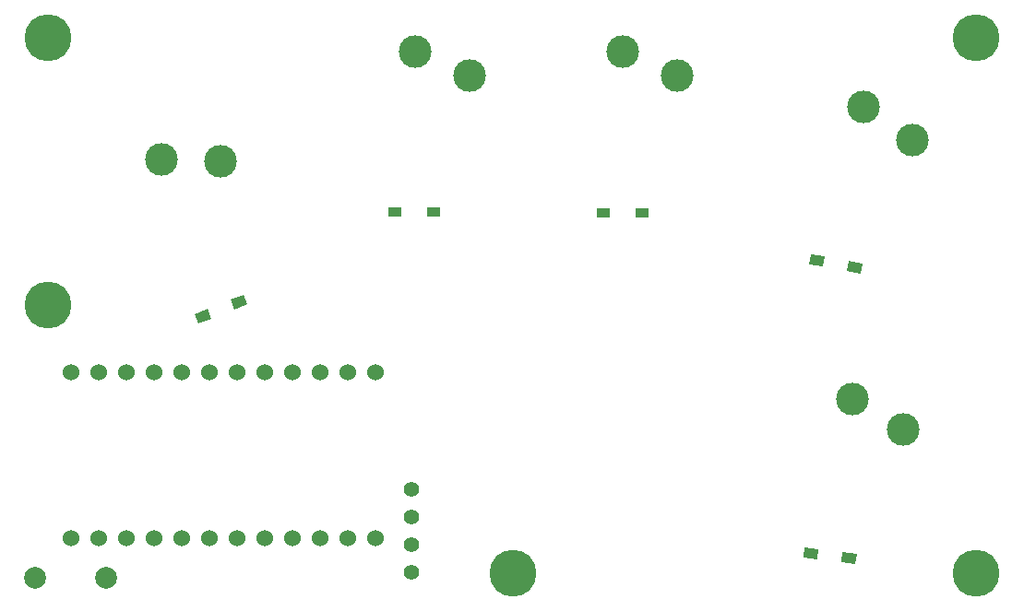
<source format=gts>
%TF.GenerationSoftware,KiCad,Pcbnew,(5.1.9-0-10_14)*%
%TF.CreationDate,2021-06-22T22:50:01+09:00*%
%TF.ProjectId,quali5,7175616c-6935-42e6-9b69-6361645f7063,rev?*%
%TF.SameCoordinates,Original*%
%TF.FileFunction,Soldermask,Top*%
%TF.FilePolarity,Negative*%
%FSLAX46Y46*%
G04 Gerber Fmt 4.6, Leading zero omitted, Abs format (unit mm)*
G04 Created by KiCad (PCBNEW (5.1.9-0-10_14)) date 2021-06-22 22:50:01*
%MOMM*%
%LPD*%
G01*
G04 APERTURE LIST*
%ADD10C,3.000000*%
%ADD11C,4.300000*%
%ADD12C,1.524000*%
%ADD13C,0.100000*%
%ADD14R,1.300000X0.950000*%
%ADD15C,1.397000*%
%ADD16C,2.000000*%
G04 APERTURE END LIST*
D10*
%TO.C,SW2*%
X90229821Y-99224615D03*
X95689875Y-99391387D03*
%TD*%
D11*
%TO.C,Ref\u002A\u002A*%
X79810000Y-112590000D03*
%TD*%
%TO.C,Ref\u002A\u002A*%
X122510000Y-137190000D03*
%TD*%
%TO.C,Ref\u002A\u002A*%
X165010000Y-137190000D03*
%TD*%
%TO.C,Ref\u002A\u002A*%
X165010000Y-87990000D03*
%TD*%
%TO.C,Ref\u002A\u002A*%
X79810000Y-87990000D03*
%TD*%
D10*
%TO.C,SW4*%
X132540000Y-89270000D03*
X137540000Y-91470000D03*
%TD*%
D12*
%TO.C,U1*%
X81932000Y-134001400D03*
X84472000Y-134001400D03*
X87012000Y-134001400D03*
X89552000Y-134001400D03*
X92092000Y-134001400D03*
X94632000Y-134001400D03*
X97172000Y-134001400D03*
X99712000Y-134001400D03*
X102252000Y-134001400D03*
X104792000Y-134001400D03*
X107332000Y-134001400D03*
X109872000Y-134001400D03*
X109872000Y-118781400D03*
X107332000Y-118781400D03*
X104792000Y-118781400D03*
X102252000Y-118781400D03*
X99712000Y-118781400D03*
X97172000Y-118781400D03*
X94632000Y-118781400D03*
X92092000Y-118781400D03*
X89552000Y-118781400D03*
X87012000Y-118781400D03*
X84472000Y-118781400D03*
X81932000Y-118781400D03*
%TD*%
D13*
%TO.C,D5*%
G36*
X154054812Y-135414074D02*
G01*
X153939036Y-136356992D01*
X152648726Y-136198562D01*
X152764502Y-135255644D01*
X154054812Y-135414074D01*
G37*
G36*
X150531274Y-134981438D02*
G01*
X150415498Y-135924356D01*
X149125188Y-135765926D01*
X149240964Y-134823008D01*
X150531274Y-134981438D01*
G37*
%TD*%
%TO.C,D4*%
G36*
X154580955Y-108764875D02*
G01*
X154407831Y-109698967D01*
X153129599Y-109462061D01*
X153302723Y-108527969D01*
X154580955Y-108764875D01*
G37*
G36*
X151090401Y-108117939D02*
G01*
X150917277Y-109052031D01*
X149639045Y-108815125D01*
X149812169Y-107881033D01*
X151090401Y-108117939D01*
G37*
%TD*%
D14*
%TO.C,D3*%
X134315000Y-104060000D03*
X130765000Y-104060000D03*
%TD*%
%TO.C,D2*%
X115185000Y-103990000D03*
X111635000Y-103990000D03*
%TD*%
D13*
%TO.C,D1*%
G36*
X97780482Y-111601166D02*
G01*
X98136359Y-112481991D01*
X96931020Y-112968980D01*
X96575143Y-112088155D01*
X97780482Y-111601166D01*
G37*
G36*
X94488980Y-112931020D02*
G01*
X94844857Y-113811845D01*
X93639518Y-114298834D01*
X93283641Y-113418009D01*
X94488980Y-112931020D01*
G37*
%TD*%
D10*
%TO.C,SW6*%
X153629029Y-121233978D03*
X158323647Y-124026926D03*
%TD*%
%TO.C,SW3*%
X118490000Y-91470000D03*
X113490000Y-89270000D03*
%TD*%
D15*
%TO.C,OL1*%
X113210000Y-137090000D03*
X113210000Y-134550000D03*
X113210000Y-132010000D03*
X113210000Y-129470000D03*
%TD*%
D16*
%TO.C,SW1*%
X78660000Y-137590000D03*
X85160000Y-137590000D03*
%TD*%
D10*
%TO.C,SW5*%
X159180546Y-97443134D03*
X154665190Y-94368796D03*
%TD*%
M02*

</source>
